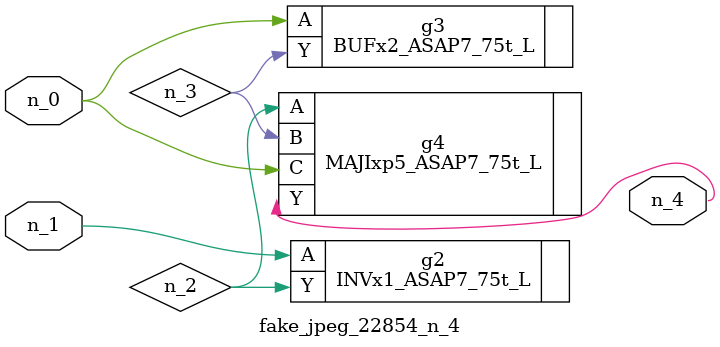
<source format=v>
module fake_jpeg_22854_n_4 (n_0, n_1, n_4);

input n_0;
input n_1;

output n_4;

wire n_2;
wire n_3;

INVx1_ASAP7_75t_L g2 ( 
.A(n_1),
.Y(n_2)
);

BUFx2_ASAP7_75t_L g3 ( 
.A(n_0),
.Y(n_3)
);

MAJIxp5_ASAP7_75t_L g4 ( 
.A(n_2),
.B(n_3),
.C(n_0),
.Y(n_4)
);


endmodule
</source>
